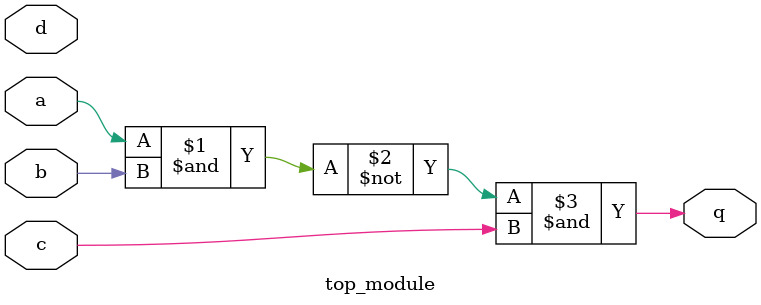
<source format=sv>
module top_module (
    input a,
    input b,
    input c,
    input d,
    output q
);
    assign q = (~(a & b) & c & (d | (~d)));
endmodule

</source>
